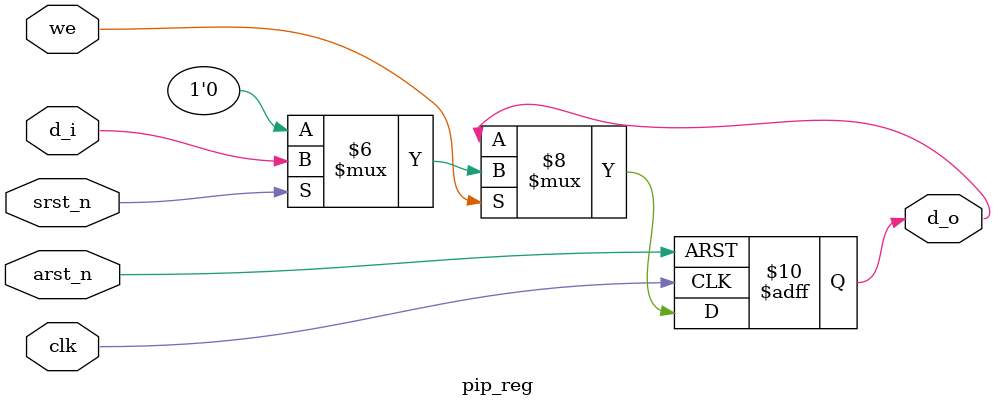
<source format=v>
`timescale 1ns/1ps

module pip_reg #(parameter WIDTH = 1)(d_i, d_o, clk, we, srst_n, arst_n);

input [WIDTH-1:0] d_i;
input clk, we, srst_n, arst_n;

output reg [WIDTH-1:0] d_o;

always @(posedge clk or negedge arst_n) begin
	if(!arst_n)  d_o <= 0;		
	else if(we) begin
		if(!srst_n) d_o <= 0;
		else d_o <= d_i;
	end 
	else d_o <= d_o;
end

endmodule
</source>
